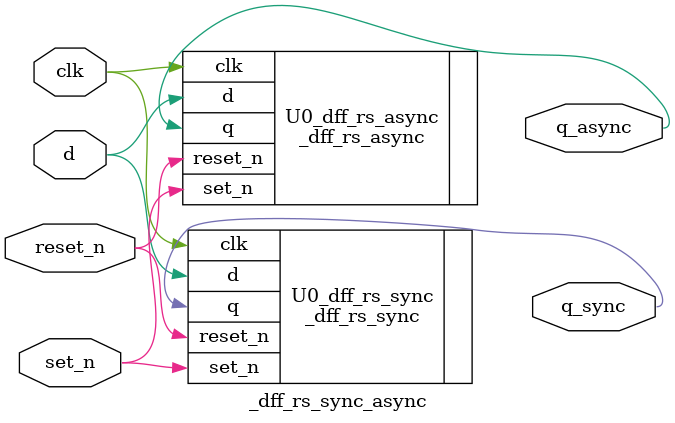
<source format=v>
module _dff_rs_sync_async(clk, set_n, reset_n, d, q_sync, q_async);
input clk, set_n, reset_n, d;
output q_sync, q_async;

_dff_rs_sync U0_dff_rs_sync(.clk(clk),.set_n(set_n),.reset_n(reset_n),.d(d),.q(q_sync));
_dff_rs_async U0_dff_rs_async(.clk(clk),.set_n(set_n),.reset_n(reset_n),.d(d),.q(q_async));

endmodule 
</source>
